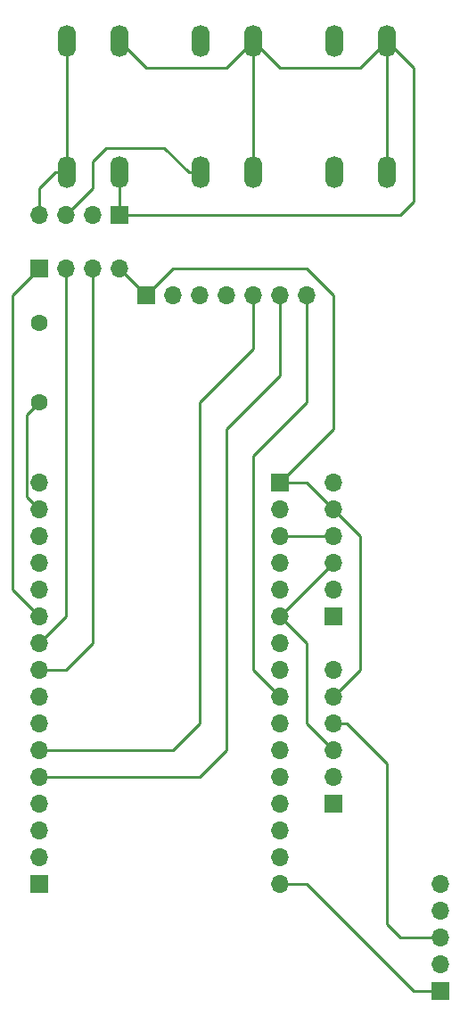
<source format=gbr>
G04 #@! TF.GenerationSoftware,KiCad,Pcbnew,(5.1.0)-1*
G04 #@! TF.CreationDate,2019-04-28T20:51:49+02:00*
G04 #@! TF.ProjectId,diyaltimeter.de,64697961-6c74-4696-9d65-7465722e6465,rev?*
G04 #@! TF.SameCoordinates,Original*
G04 #@! TF.FileFunction,Copper,L1,Top*
G04 #@! TF.FilePolarity,Positive*
%FSLAX46Y46*%
G04 Gerber Fmt 4.6, Leading zero omitted, Abs format (unit mm)*
G04 Created by KiCad (PCBNEW (5.1.0)-1) date 2019-04-28 20:51:49*
%MOMM*%
%LPD*%
G04 APERTURE LIST*
%ADD10O,1.727200X3.048000*%
%ADD11R,1.700000X1.700000*%
%ADD12O,1.700000X1.700000*%
%ADD13C,1.600000*%
%ADD14C,0.250000*%
G04 APERTURE END LIST*
D10*
X78740000Y-100130000D03*
X73740000Y-100130000D03*
X78740000Y-87630000D03*
X73740000Y-87630000D03*
X86440000Y-87630000D03*
X91440000Y-87630000D03*
X86440000Y-100130000D03*
X91440000Y-100130000D03*
D11*
X71120000Y-109220000D03*
D12*
X73660000Y-109220000D03*
X76200000Y-109220000D03*
X78740000Y-109220000D03*
D11*
X81280000Y-111760000D03*
D12*
X83820000Y-111760000D03*
X86360000Y-111760000D03*
X88900000Y-111760000D03*
X91440000Y-111760000D03*
X93980000Y-111760000D03*
X96520000Y-111760000D03*
X71120000Y-129540000D03*
X71120000Y-132080000D03*
X71120000Y-134620000D03*
X71120000Y-137160000D03*
X71120000Y-139700000D03*
X71120000Y-142240000D03*
X71120000Y-144780000D03*
X71120000Y-147320000D03*
X71120000Y-149860000D03*
X71120000Y-152400000D03*
X71120000Y-154940000D03*
X71120000Y-157480000D03*
X71120000Y-160020000D03*
X71120000Y-162560000D03*
X71120000Y-165100000D03*
D11*
X71120000Y-167640000D03*
X93980000Y-129540000D03*
D12*
X93980000Y-132080000D03*
X93980000Y-134620000D03*
X93980000Y-137160000D03*
X93980000Y-139700000D03*
X93980000Y-142240000D03*
X93980000Y-144780000D03*
X93980000Y-147320000D03*
X93980000Y-149860000D03*
X93980000Y-152400000D03*
X93980000Y-154940000D03*
X93980000Y-157480000D03*
X93980000Y-160020000D03*
X93980000Y-162560000D03*
X93980000Y-165100000D03*
X93980000Y-167640000D03*
D11*
X99060000Y-160020000D03*
D12*
X99060000Y-157480000D03*
X99060000Y-154940000D03*
X99060000Y-152400000D03*
X99060000Y-149860000D03*
X99060000Y-147320000D03*
X99060000Y-129540000D03*
X99060000Y-132080000D03*
X99060000Y-134620000D03*
X99060000Y-137160000D03*
X99060000Y-139700000D03*
D11*
X99060000Y-142240000D03*
X109220000Y-177800000D03*
D12*
X109220000Y-175260000D03*
X109220000Y-172720000D03*
X109220000Y-170180000D03*
X109220000Y-167640000D03*
D13*
X71120000Y-121920000D03*
X71120000Y-114420000D03*
D11*
X78740000Y-104140000D03*
D12*
X76200000Y-104140000D03*
X73660000Y-104140000D03*
X71120000Y-104140000D03*
D10*
X104140000Y-100130000D03*
X99140000Y-100130000D03*
X104140000Y-87630000D03*
X99140000Y-87630000D03*
D14*
X71120000Y-109220000D02*
X68580000Y-111760000D01*
X68580000Y-111760000D02*
X68580000Y-139700000D01*
X68580000Y-139700000D02*
X71120000Y-142240000D01*
X71120000Y-144780000D02*
X73660000Y-142240000D01*
X73660000Y-142240000D02*
X73660000Y-109220000D01*
X76200000Y-109220000D02*
X76200000Y-144780000D01*
X76200000Y-144780000D02*
X73660000Y-147320000D01*
X73660000Y-147320000D02*
X71120000Y-147320000D01*
X93980000Y-129540000D02*
X96520000Y-129540000D01*
X96520000Y-129540000D02*
X99060000Y-132080000D01*
X93980000Y-167640000D02*
X96520000Y-167640000D01*
X106680000Y-177800000D02*
X109220000Y-177800000D01*
X96520000Y-167640000D02*
X106680000Y-177800000D01*
X78740000Y-109220000D02*
X81280000Y-111760000D01*
X93980000Y-129540000D02*
X99060000Y-124460000D01*
X99060000Y-124460000D02*
X99060000Y-111760000D01*
X99060000Y-111760000D02*
X96520000Y-109220000D01*
X96520000Y-109220000D02*
X83820000Y-109220000D01*
X83820000Y-109220000D02*
X81280000Y-111760000D01*
X99060000Y-132080000D02*
X101600000Y-134620000D01*
X101600000Y-134620000D02*
X101600000Y-147320000D01*
X101600000Y-147320000D02*
X99060000Y-149860000D01*
X91440000Y-111760000D02*
X91440000Y-116840000D01*
X91440000Y-116840000D02*
X86360000Y-121920000D01*
X86360000Y-121920000D02*
X86360000Y-152400000D01*
X86360000Y-152400000D02*
X83820000Y-154940000D01*
X83820000Y-154940000D02*
X71120000Y-154940000D01*
X71120000Y-157480000D02*
X86360000Y-157480000D01*
X86360000Y-157480000D02*
X88900000Y-154940000D01*
X88900000Y-154940000D02*
X88900000Y-124460000D01*
X88900000Y-124460000D02*
X93980000Y-119380000D01*
X93980000Y-119380000D02*
X93980000Y-111760000D01*
X96520000Y-111760000D02*
X96520000Y-121920000D01*
X96520000Y-121920000D02*
X91440000Y-127000000D01*
X91440000Y-147320000D02*
X93980000Y-149860000D01*
X91440000Y-127000000D02*
X91440000Y-147320000D01*
X70270001Y-131230001D02*
X71120000Y-132080000D01*
X69944999Y-130904999D02*
X70270001Y-131230001D01*
X69944999Y-123095001D02*
X69944999Y-130904999D01*
X71120000Y-121920000D02*
X69944999Y-123095001D01*
X93980000Y-134620000D02*
X99060000Y-134620000D01*
X99060000Y-152400000D02*
X100330000Y-152400000D01*
X100330000Y-152400000D02*
X104140000Y-156210000D01*
X104140000Y-156210000D02*
X104140000Y-171450000D01*
X104140000Y-171450000D02*
X105410000Y-172720000D01*
X105410000Y-172720000D02*
X109220000Y-172720000D01*
X97695001Y-138524999D02*
X93980000Y-142240000D01*
X99060000Y-137160000D02*
X97695001Y-138524999D01*
X93980000Y-142240000D02*
X96520000Y-144780000D01*
X96520000Y-144780000D02*
X96520000Y-152400000D01*
X96520000Y-152400000D02*
X99060000Y-154940000D01*
X78740000Y-87630000D02*
X81280000Y-90170000D01*
X81280000Y-90170000D02*
X88900000Y-90170000D01*
X88900000Y-90170000D02*
X91440000Y-87630000D01*
X91440000Y-87630000D02*
X93980000Y-90170000D01*
X93980000Y-90170000D02*
X101600000Y-90170000D01*
X101600000Y-90170000D02*
X104140000Y-87630000D01*
X104140000Y-87630000D02*
X106680000Y-90170000D01*
X106680000Y-90170000D02*
X106680000Y-102870000D01*
X78740000Y-104140000D02*
X105410000Y-104140000D01*
X105410000Y-104140000D02*
X106680000Y-102870000D01*
X78740000Y-100130000D02*
X78740000Y-104140000D01*
X91440000Y-100130000D02*
X91440000Y-87630000D01*
X104140000Y-99469600D02*
X104140000Y-87630000D01*
X104140000Y-100130000D02*
X104140000Y-99469600D01*
X99140000Y-100130000D02*
X99140000Y-100790400D01*
X73660000Y-104140000D02*
X76200000Y-101600000D01*
X76200000Y-101600000D02*
X76200000Y-99060000D01*
X76200000Y-99060000D02*
X77470000Y-97790000D01*
X85326400Y-100130000D02*
X86440000Y-100130000D01*
X82986400Y-97790000D02*
X85326400Y-100130000D01*
X77470000Y-97790000D02*
X82986400Y-97790000D01*
X72626400Y-100130000D02*
X73740000Y-100130000D01*
X71120000Y-101636400D02*
X72626400Y-100130000D01*
X71120000Y-104140000D02*
X71120000Y-101636400D01*
X73740000Y-99469600D02*
X73740000Y-87630000D01*
X73740000Y-100130000D02*
X73740000Y-99469600D01*
M02*

</source>
